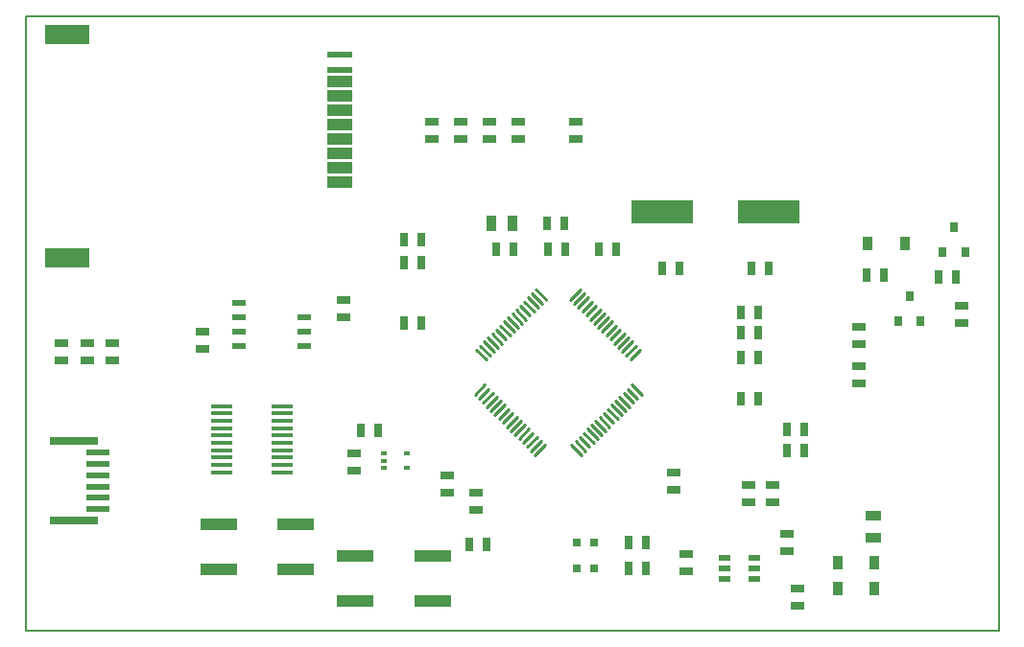
<source format=gtp>
G04 (created by PCBNEW-RS274X (2011-06-08)-testing) date Fr 01 Jul 2011 23:29:28 CEST*
G01*
G70*
G90*
%MOIN*%
G04 Gerber Fmt 3.4, Leading zero omitted, Abs format*
%FSLAX34Y34*%
G04 APERTURE LIST*
%ADD10C,0.006000*%
%ADD11C,0.008000*%
%ADD12R,0.078700X0.023600*%
%ADD13R,0.165400X0.027600*%
%ADD14R,0.031400X0.031400*%
%ADD15R,0.216500X0.078700*%
%ADD16R,0.045000X0.025000*%
%ADD17R,0.025000X0.045000*%
%ADD18R,0.035000X0.055000*%
%ADD19R,0.055000X0.035000*%
%ADD20R,0.035800X0.048000*%
%ADD21R,0.047200X0.023600*%
%ADD22C,0.009800*%
%ADD23R,0.031500X0.035400*%
%ADD24R,0.126000X0.039400*%
%ADD25R,0.090600X0.039400*%
%ADD26R,0.090600X0.019700*%
%ADD27R,0.157500X0.066900*%
%ADD28R,0.074800X0.016000*%
%ADD29R,0.020000X0.012000*%
%ADD30R,0.043300X0.023600*%
G04 APERTURE END LIST*
G54D10*
G54D11*
X14450Y-56300D02*
X14450Y-34950D01*
X48250Y-56300D02*
X14450Y-56300D01*
X48250Y-34950D02*
X48250Y-56300D01*
X15250Y-34950D02*
X48250Y-34950D01*
X14450Y-34950D02*
X15250Y-34950D01*
G54D12*
X16947Y-50116D03*
X16947Y-50509D03*
X16947Y-50903D03*
X16947Y-51297D03*
X16947Y-51691D03*
X16947Y-52084D03*
G54D13*
X16120Y-49722D03*
X16120Y-52478D03*
G54D14*
X34195Y-53250D03*
X33605Y-53250D03*
X34195Y-54150D03*
X33605Y-54150D03*
G54D15*
X40250Y-41750D03*
X36550Y-41750D03*
G54D16*
X20600Y-45900D03*
X20600Y-46500D03*
X25500Y-45400D03*
X25500Y-44800D03*
G54D17*
X46150Y-44000D03*
X46750Y-44000D03*
X36000Y-53250D03*
X35400Y-53250D03*
X36000Y-54150D03*
X35400Y-54150D03*
X29850Y-53300D03*
X30450Y-53300D03*
X33200Y-43050D03*
X32600Y-43050D03*
X40900Y-49300D03*
X41500Y-49300D03*
X40900Y-50050D03*
X41500Y-50050D03*
G54D16*
X33550Y-38600D03*
X33550Y-39200D03*
X31550Y-38600D03*
X31550Y-39200D03*
X30550Y-38600D03*
X30550Y-39200D03*
X29550Y-38600D03*
X29550Y-39200D03*
X28550Y-38600D03*
X28550Y-39200D03*
X43400Y-46350D03*
X43400Y-45750D03*
X46950Y-45600D03*
X46950Y-45000D03*
G54D17*
X44250Y-43950D03*
X43650Y-43950D03*
X32550Y-42150D03*
X33150Y-42150D03*
G54D16*
X40900Y-53550D03*
X40900Y-52950D03*
X37400Y-53650D03*
X37400Y-54250D03*
G54D17*
X39300Y-48250D03*
X39900Y-48250D03*
G54D16*
X30100Y-51500D03*
X30100Y-52100D03*
G54D17*
X36550Y-43700D03*
X37150Y-43700D03*
X40250Y-43700D03*
X39650Y-43700D03*
X28200Y-45600D03*
X27600Y-45600D03*
X39300Y-45250D03*
X39900Y-45250D03*
G54D16*
X41250Y-54850D03*
X41250Y-55450D03*
X40400Y-51250D03*
X40400Y-51850D03*
G54D17*
X28200Y-43500D03*
X27600Y-43500D03*
G54D16*
X39550Y-51250D03*
X39550Y-51850D03*
G54D17*
X34950Y-43050D03*
X34350Y-43050D03*
X39300Y-46800D03*
X39900Y-46800D03*
G54D16*
X36950Y-50800D03*
X36950Y-51400D03*
G54D17*
X30800Y-43050D03*
X31400Y-43050D03*
G54D16*
X43400Y-47700D03*
X43400Y-47100D03*
X29100Y-50900D03*
X29100Y-51500D03*
G54D17*
X39300Y-45932D03*
X39900Y-45932D03*
X28200Y-42700D03*
X27600Y-42700D03*
G54D18*
X31375Y-42150D03*
X30625Y-42150D03*
G54D19*
X43900Y-52325D03*
X43900Y-53075D03*
G54D20*
X42655Y-54850D03*
X43945Y-54850D03*
X42655Y-53950D03*
X43945Y-53950D03*
X43705Y-42850D03*
X44995Y-42850D03*
G54D21*
X24142Y-46400D03*
X24142Y-45900D03*
X24142Y-45400D03*
X21858Y-44900D03*
X21858Y-45400D03*
X21858Y-45900D03*
X21858Y-46400D03*
G54D10*
G36*
X32183Y-44375D02*
X32607Y-44799D01*
X32537Y-44869D01*
X32113Y-44445D01*
X32183Y-44375D01*
X32183Y-44375D01*
G37*
G54D22*
X32397Y-44938D02*
X32043Y-44584D01*
X32258Y-45078D02*
X31904Y-44724D01*
X32119Y-45217D02*
X31765Y-44863D01*
X31979Y-45356D02*
X31625Y-45002D01*
X31841Y-45495D02*
X31487Y-45141D01*
X31701Y-45634D02*
X31347Y-45280D01*
X31562Y-45774D02*
X31208Y-45420D01*
X31423Y-45913D02*
X31069Y-45559D01*
X31284Y-46052D02*
X30930Y-45698D01*
X31144Y-46191D02*
X30790Y-45837D01*
X31006Y-46330D02*
X30652Y-45976D01*
X30866Y-46469D02*
X30512Y-46115D01*
X30727Y-46609D02*
X30373Y-46255D01*
X30588Y-46748D02*
X30234Y-46394D01*
X30448Y-46887D02*
X30094Y-46533D01*
X30404Y-47759D02*
X30050Y-48113D01*
X30543Y-47898D02*
X30189Y-48252D01*
X30683Y-48037D02*
X30329Y-48391D01*
X30822Y-48177D02*
X30468Y-48531D01*
X30961Y-48316D02*
X30607Y-48670D01*
X31100Y-48454D02*
X30746Y-48808D01*
X31239Y-48594D02*
X30885Y-48948D01*
X31378Y-48733D02*
X31024Y-49087D01*
X31518Y-48872D02*
X31164Y-49226D01*
X31657Y-49012D02*
X31303Y-49366D01*
X31796Y-49151D02*
X31442Y-49505D01*
X31935Y-49290D02*
X31581Y-49644D01*
X32074Y-49429D02*
X31720Y-49783D01*
X32213Y-49568D02*
X31859Y-49922D01*
X32353Y-49707D02*
X31999Y-50061D01*
X32492Y-49847D02*
X32138Y-50201D01*
X33762Y-50201D02*
X33408Y-49847D01*
X33901Y-50061D02*
X33547Y-49707D01*
X34041Y-49922D02*
X33687Y-49568D01*
X34180Y-49783D02*
X33826Y-49429D01*
X34319Y-49644D02*
X33965Y-49290D01*
X34458Y-49505D02*
X34104Y-49151D01*
X34597Y-49366D02*
X34243Y-49012D01*
X34736Y-49226D02*
X34382Y-48872D01*
X34876Y-49087D02*
X34522Y-48733D01*
X35015Y-48948D02*
X34661Y-48594D01*
X35154Y-48808D02*
X34800Y-48454D01*
X35293Y-48670D02*
X34939Y-48316D01*
X35432Y-48531D02*
X35078Y-48177D01*
X35571Y-48391D02*
X35217Y-48037D01*
X35711Y-48252D02*
X35357Y-47898D01*
X35850Y-48113D02*
X35496Y-47759D01*
X35806Y-46533D02*
X35452Y-46887D01*
X35666Y-46394D02*
X35312Y-46748D01*
X35388Y-46115D02*
X35034Y-46469D01*
X35532Y-46250D02*
X35178Y-46604D01*
X35248Y-45976D02*
X34894Y-46330D01*
X35110Y-45837D02*
X34756Y-46191D01*
X34970Y-45698D02*
X34616Y-46052D01*
X34831Y-45559D02*
X34477Y-45913D01*
X34692Y-45420D02*
X34338Y-45774D01*
X34553Y-45280D02*
X34199Y-45634D01*
X34415Y-45143D02*
X34061Y-45497D01*
X34276Y-45004D02*
X33922Y-45358D01*
X34137Y-44865D02*
X33783Y-45219D01*
X33997Y-44725D02*
X33643Y-45079D01*
X33859Y-44587D02*
X33505Y-44941D01*
X33720Y-44447D02*
X33366Y-44801D01*
G54D23*
X46306Y-43133D03*
X47094Y-43133D03*
X46700Y-42267D03*
X44756Y-45533D03*
X45544Y-45533D03*
X45150Y-44667D03*
G54D24*
X21161Y-54187D03*
X21161Y-52613D03*
X23839Y-52613D03*
X23839Y-54187D03*
X25911Y-55287D03*
X25911Y-53713D03*
X28589Y-53713D03*
X28589Y-55287D03*
G54D25*
X25353Y-40694D03*
X25353Y-40194D03*
X25353Y-39194D03*
X25353Y-39694D03*
X25353Y-38694D03*
X25353Y-38194D03*
X25353Y-37694D03*
X25353Y-37194D03*
G54D26*
X25353Y-36800D03*
X25353Y-36289D03*
G54D27*
X15904Y-35572D03*
X15904Y-43328D03*
G54D28*
X21250Y-48500D03*
X21250Y-48750D03*
X21250Y-49010D03*
X21250Y-49270D03*
X21250Y-49520D03*
X21250Y-49780D03*
X21250Y-50040D03*
X21250Y-50290D03*
X21250Y-50550D03*
X21250Y-50800D03*
X23350Y-50800D03*
X23350Y-50550D03*
X23350Y-50290D03*
X23350Y-50040D03*
X23350Y-49780D03*
X23350Y-49520D03*
X23350Y-49270D03*
X23350Y-49010D03*
X23350Y-48750D03*
X23350Y-48500D03*
G54D17*
X26686Y-49335D03*
X26086Y-49335D03*
G54D16*
X15700Y-46900D03*
X15700Y-46300D03*
X17450Y-46900D03*
X17450Y-46300D03*
X16600Y-46300D03*
X16600Y-46900D03*
X25850Y-50150D03*
X25850Y-50750D03*
G54D29*
X26900Y-50150D03*
X26900Y-50650D03*
X27700Y-50150D03*
X26900Y-50400D03*
X27700Y-50650D03*
G54D30*
X38738Y-53776D03*
X38738Y-54150D03*
X38738Y-54524D03*
X39762Y-53776D03*
X39762Y-54150D03*
X39762Y-54524D03*
M02*

</source>
